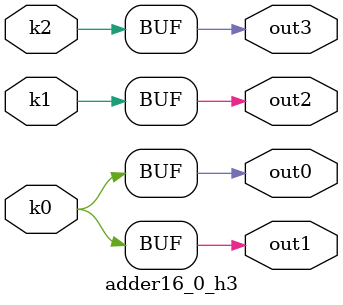
<source format=v>
module adder16_0(pi0, pi1, pi2, pi3, pi4, pi5, po0, po1, po2, po3);
input pi0, pi1, pi2, pi3, pi4, pi5;
output po0, po1, po2, po3;
wire k0, k1, k2;
adder16_0_w3 DUT1 (pi0, pi1, pi2, pi3, pi4, pi5, k0, k1, k2);
adder16_0_h3 DUT2 (k0, k1, k2, po0, po1, po2, po3);
endmodule

module adder16_0_w3(in5, in4, in3, in2, in1, in0, k2, k1, k0);
input in5, in4, in3, in2, in1, in0;
output k2, k1, k0;
assign k0 =   ((~in3 ^ in0) & ((in5 & in2 & (in4 | in1)) | (in4 & in1))) | ((in3 ^ in0) & ((~in4 & ~in1) | ((~in4 | ~in1) & (~in5 | ~in2))));
assign k1 =   (in5 & in2 & (in4 ^ in1)) | ((~in4 ^ in1) & (~in5 | ~in2));
assign k2 =   ~in5 ^ ~in2;
endmodule

module adder16_0_h3(k2, k1, k0, out3, out2, out1, out0);
input k2, k1, k0;
output out3, out2, out1, out0;
assign out0 = k0;
assign out1 = k0;
assign out2 = k1;
assign out3 = k2;
endmodule

</source>
